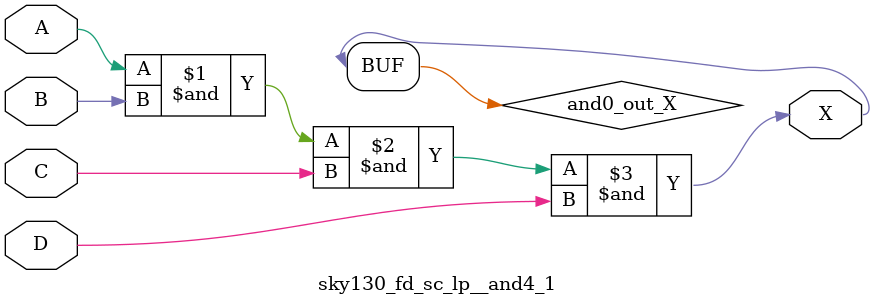
<source format=v>
/*
 * Copyright 2020 The SkyWater PDK Authors
 *
 * Licensed under the Apache License, Version 2.0 (the "License");
 * you may not use this file except in compliance with the License.
 * You may obtain a copy of the License at
 *
 *     https://www.apache.org/licenses/LICENSE-2.0
 *
 * Unless required by applicable law or agreed to in writing, software
 * distributed under the License is distributed on an "AS IS" BASIS,
 * WITHOUT WARRANTIES OR CONDITIONS OF ANY KIND, either express or implied.
 * See the License for the specific language governing permissions and
 * limitations under the License.
 *
 * SPDX-License-Identifier: Apache-2.0
*/


`ifndef SKY130_FD_SC_LP__AND4_1_FUNCTIONAL_V
`define SKY130_FD_SC_LP__AND4_1_FUNCTIONAL_V

/**
 * and4: 4-input AND.
 *
 * Verilog simulation functional model.
 */

`timescale 1ns / 1ps
`default_nettype none

`celldefine
module sky130_fd_sc_lp__and4_1 (
    X,
    A,
    B,
    C,
    D
);

    // Module ports
    output X;
    input  A;
    input  B;
    input  C;
    input  D;

    // Local signals
    wire and0_out_X;

    //  Name  Output      Other arguments
    and and0 (and0_out_X, A, B, C, D     );
    buf buf0 (X         , and0_out_X     );

endmodule
`endcelldefine

`default_nettype wire
`endif  // SKY130_FD_SC_LP__AND4_1_FUNCTIONAL_V

</source>
